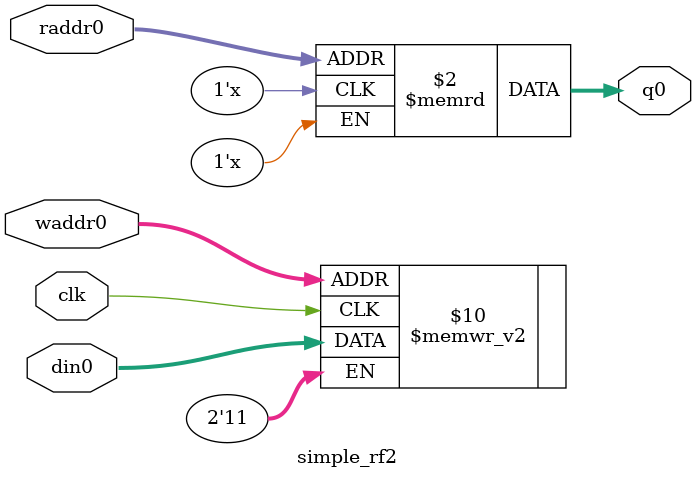
<source format=v>

module simple_rf2
    (input                    clk
     ,input [3-1:0]           waddr0
     ,input [1:0]          din0
     ,input [3-1:0]           raddr0

     ,output [1:0]         q0

     );

   reg [1:0]                rf[8-1:0]; // synthesis syn_ramstyle = "block_ram"

  assign q0 = rf[raddr0];

   always @(posedge clk) begin
     rf[waddr0] <= din0;
   end

endmodule


</source>
